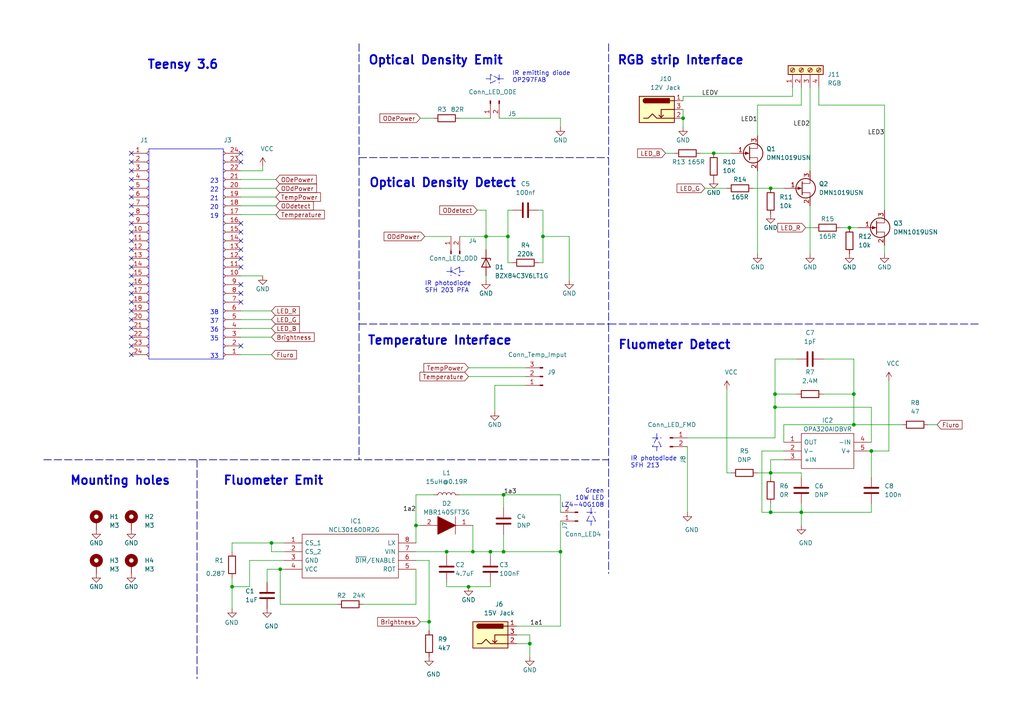
<source format=kicad_sch>
(kicad_sch (version 20210406) (generator eeschema)
  (paper "A4")
  (title_block (title "PhenoBottle") (date "2021-05-10") (rev "1.1") (company "Brno University of technology") (comment 1 "Author: Michal Dvorak") (comment 2 "Modifications: Petr Malaník"))
  (lib_symbols
    (symbol "Connector:Barrel_Jack_Switch" (pin_names hide)
      (property "Reference" "J" (at 0 5.334 0))
      (property "Value" "Barrel_Jack_Switch" (at 0 -5.08 0))
      (symbol "Barrel_Jack_Switch_1_1"
        (pin passive line (at 7.62 2.54 180) (length 2.54) (name "~") (number "1"))
        (pin passive line (at 7.62 -2.54 180) (length 2.54) (name "~") (number "2"))
        (pin passive line (at 7.62 0 180) (length 2.54) (name "~") (number "3"))
      )
    )
    (symbol "Connector:Conn_01x02_Male" (pin_names (offset 1.016) hide)
      (property "Reference" "J" (at 0 2.54 0))
      (property "Value" "Conn_01x02_Male" (at 0 -5.08 0))
      (symbol "Conn_01x02_Male_1_1"
        (pin passive line (at 5.08 0 180) (length 3.81) (name "Pin_1") (number "1"))
        (pin passive line (at 5.08 -2.54 180) (length 3.81) (name "Pin_2") (number "2"))
      )
    )
    (symbol "Connector:Conn_01x03_Male" (pin_names (offset 1.016) hide)
      (property "Reference" "J" (at 0 5.08 0))
      (property "Value" "Conn_01x03_Male" (at 0 -5.08 0))
      (symbol "Conn_01x03_Male_1_1"
        (pin passive line (at 5.08 2.54 180) (length 3.81) (name "Pin_1") (number "1"))
        (pin passive line (at 5.08 0 180) (length 3.81) (name "Pin_2") (number "2"))
        (pin passive line (at 5.08 -2.54 180) (length 3.81) (name "Pin_3") (number "3"))
      )
    )
    (symbol "Connector:Conn_01x24_Female" (pin_names (offset 1.016) hide)
      (property "Reference" "J" (at 0 30.48 0))
      (property "Value" "Conn_01x24_Female" (at 0 -33.02 0))
      (symbol "Conn_01x24_Female_1_1"
        (pin passive line (at -5.08 27.94 0) (length 3.81) (name "Pin_1") (number "1"))
        (pin passive line (at -5.08 5.08 0) (length 3.81) (name "Pin_10") (number "10"))
        (pin passive line (at -5.08 2.54 0) (length 3.81) (name "Pin_11") (number "11"))
        (pin passive line (at -5.08 0 0) (length 3.81) (name "Pin_12") (number "12"))
        (pin passive line (at -5.08 -2.54 0) (length 3.81) (name "Pin_13") (number "13"))
        (pin passive line (at -5.08 -5.08 0) (length 3.81) (name "Pin_14") (number "14"))
        (pin passive line (at -5.08 -7.62 0) (length 3.81) (name "Pin_15") (number "15"))
        (pin passive line (at -5.08 -10.16 0) (length 3.81) (name "Pin_16") (number "16"))
        (pin passive line (at -5.08 -12.7 0) (length 3.81) (name "Pin_17") (number "17"))
        (pin passive line (at -5.08 -15.24 0) (length 3.81) (name "Pin_18") (number "18"))
        (pin passive line (at -5.08 -17.78 0) (length 3.81) (name "Pin_19") (number "19"))
        (pin passive line (at -5.08 25.4 0) (length 3.81) (name "Pin_2") (number "2"))
        (pin passive line (at -5.08 -20.32 0) (length 3.81) (name "Pin_20") (number "20"))
        (pin passive line (at -5.08 -22.86 0) (length 3.81) (name "Pin_21") (number "21"))
        (pin passive line (at -5.08 -25.4 0) (length 3.81) (name "Pin_22") (number "22"))
        (pin passive line (at -5.08 -27.94 0) (length 3.81) (name "Pin_23") (number "23"))
        (pin passive line (at -5.08 -30.48 0) (length 3.81) (name "Pin_24") (number "24"))
        (pin passive line (at -5.08 22.86 0) (length 3.81) (name "Pin_3") (number "3"))
        (pin passive line (at -5.08 20.32 0) (length 3.81) (name "Pin_4") (number "4"))
        (pin passive line (at -5.08 17.78 0) (length 3.81) (name "Pin_5") (number "5"))
        (pin passive line (at -5.08 15.24 0) (length 3.81) (name "Pin_6") (number "6"))
        (pin passive line (at -5.08 12.7 0) (length 3.81) (name "Pin_7") (number "7"))
        (pin passive line (at -5.08 10.16 0) (length 3.81) (name "Pin_8") (number "8"))
        (pin passive line (at -5.08 7.62 0) (length 3.81) (name "Pin_9") (number "9"))
      )
    )
    (symbol "Connector:Conn_01x24_Female_1" (pin_names (offset 1.016) hide)
      (property "Reference" "J" (at 0 30.48 0))
      (property "Value" "Conn_01x24_Female" (at 0 -33.02 0))
      (symbol "Conn_01x24_Female_1_1_1"
        (pin passive line (at -5.08 27.94 0) (length 3.81) (name "Pin_1") (number "1"))
        (pin power_out line (at -5.08 5.08 0) (length 3.81) (name "Pin_10") (number "10"))
        (pin passive line (at -5.08 2.54 0) (length 3.81) (name "Pin_11") (number "11"))
        (pin passive line (at -5.08 0 0) (length 3.81) (name "Pin_12") (number "12"))
        (pin passive line (at -5.08 -2.54 0) (length 3.81) (name "Pin_13") (number "13"))
        (pin passive line (at -5.08 -5.08 0) (length 3.81) (name "Pin_14") (number "14"))
        (pin passive line (at -5.08 -7.62 0) (length 3.81) (name "Pin_15") (number "15"))
        (pin passive line (at -5.08 -10.16 0) (length 3.81) (name "Pin_16") (number "16"))
        (pin passive line (at -5.08 -12.7 0) (length 3.81) (name "Pin_17") (number "17"))
        (pin passive line (at -5.08 -15.24 0) (length 3.81) (name "Pin_18") (number "18"))
        (pin passive line (at -5.08 -17.78 0) (length 3.81) (name "Pin_19") (number "19"))
        (pin passive line (at -5.08 25.4 0) (length 3.81) (name "Pin_2") (number "2"))
        (pin passive line (at -5.08 -20.32 0) (length 3.81) (name "Pin_20") (number "20"))
        (pin passive line (at -5.08 -22.86 0) (length 3.81) (name "Pin_21") (number "21"))
        (pin power_out line (at -5.08 -25.4 0) (length 3.81) (name "Pin_22") (number "22"))
        (pin passive line (at -5.08 -27.94 0) (length 3.81) (name "Pin_23") (number "23"))
        (pin passive line (at -5.08 -30.48 0) (length 3.81) (name "Pin_24") (number "24"))
        (pin passive line (at -5.08 22.86 0) (length 3.81) (name "Pin_3") (number "3"))
        (pin passive line (at -5.08 20.32 0) (length 3.81) (name "Pin_4") (number "4"))
        (pin passive line (at -5.08 17.78 0) (length 3.81) (name "Pin_5") (number "5"))
        (pin passive line (at -5.08 15.24 0) (length 3.81) (name "Pin_6") (number "6"))
        (pin passive line (at -5.08 12.7 0) (length 3.81) (name "Pin_7") (number "7"))
        (pin passive line (at -5.08 10.16 0) (length 3.81) (name "Pin_8") (number "8"))
        (pin passive line (at -5.08 7.62 0) (length 3.81) (name "Pin_9") (number "9"))
      )
    )
    (symbol "Connector:Screw_Terminal_01x04" (pin_names (offset 1.016) hide)
      (property "Reference" "J" (at 0 5.08 0))
      (property "Value" "Screw_Terminal_01x04" (at 0 -7.62 0))
      (symbol "Screw_Terminal_01x04_1_1"
        (pin passive line (at -5.08 2.54 0) (length 3.81) (name "Pin_1") (number "1"))
        (pin passive line (at -5.08 0 0) (length 3.81) (name "Pin_2") (number "2"))
        (pin passive line (at -5.08 -2.54 0) (length 3.81) (name "Pin_3") (number "3"))
        (pin passive line (at -5.08 -5.08 0) (length 3.81) (name "Pin_4") (number "4"))
      )
    )
    (symbol "Device:C" (pin_numbers hide) (pin_names (offset 0.254))
      (property "Reference" "C" (at 0.635 2.54 0))
      (property "Value" "C" (at 0.635 -2.54 0))
      (symbol "C_1_1"
        (pin passive line (at 0 3.81 270) (length 2.794) (name "~") (number "1"))
        (pin passive line (at 0 -3.81 90) (length 2.794) (name "~") (number "2"))
      )
    )
    (symbol "Device:D_Zener" (pin_numbers hide) (pin_names (offset 1.016) hide)
      (property "Reference" "D" (at 0 2.54 0))
      (property "Value" "D_Zener" (at 0 -2.54 0))
      (symbol "D_Zener_1_1"
        (pin passive line (at -3.81 0 0) (length 2.54) (name "K") (number "1"))
        (pin passive line (at 3.81 0 180) (length 2.54) (name "A") (number "2"))
      )
    )
    (symbol "Device:L" (pin_numbers hide) (pin_names (offset 1.016) hide)
      (property "Reference" "L" (at -1.27 0 90))
      (property "Value" "L" (at 1.905 0 90))
      (symbol "L_1_1"
        (pin passive line (at 0 3.81 270) (length 1.27) (name "1") (number "1"))
        (pin passive line (at 0 -3.81 90) (length 1.27) (name "2") (number "2"))
      )
    )
    (symbol "Device:Q_NJFET_GSD" (pin_names (offset 0) hide)
      (property "Reference" "Q" (at 5.08 1.27 0))
      (property "Value" "Q_NJFET_GSD" (at 5.08 -1.27 0))
      (symbol "Q_NJFET_GSD_1_1"
        (pin input line (at -5.08 0 0) (length 5.334) (name "G") (number "1"))
        (pin passive line (at 2.54 -5.08 90) (length 2.54) (name "S") (number "2"))
        (pin passive line (at 2.54 5.08 270) (length 2.54) (name "D") (number "3"))
      )
    )
    (symbol "Device:R" (pin_numbers hide) (pin_names (offset 0))
      (property "Reference" "R" (at 2.032 0 90))
      (property "Value" "R" (at 0 0 90))
      (symbol "R_1_1"
        (pin passive line (at 0 3.81 270) (length 1.27) (name "~") (number "1"))
        (pin passive line (at 0 -3.81 90) (length 1.27) (name "~") (number "2"))
      )
    )
    (symbol "Mechanical:MountingHole_Pad" (pin_numbers hide) (pin_names (offset 1.016) hide)
      (property "Reference" "H" (at 0 6.35 0))
      (property "Value" "MountingHole_Pad" (at 0 4.445 0))
      (symbol "MountingHole_Pad_1_1"
        (pin input line (at 0 -2.54 90) (length 2.54) (name "1") (number "1"))
      )
    )
    (symbol "SamacSys_Parts:MBR140SFT3G" (pin_names (offset 0.762))
      (property "Reference" "D" (at 11.43 5.08 0))
      (property "Value" "MBR140SFT3G" (at 11.43 2.54 0))
      (symbol "MBR140SFT3G_0_0"
        (pin passive line (at 0 0 0) (length 5.08) (name "~") (number "1"))
        (pin passive line (at 15.24 0 180) (length 5.08) (name "~") (number "2"))
      )
    )
    (symbol "SamacSys_Parts:NCL30160DR2G" (pin_names (offset 0.762))
      (property "Reference" "IC" (at 34.29 7.62 0))
      (property "Value" "NCL30160DR2G" (at 34.29 5.08 0))
      (symbol "NCL30160DR2G_0_0"
        (pin output line (at 0 0 0) (length 5.08) (name "CS_1") (number "1"))
        (pin input line (at 0 -2.54 0) (length 5.08) (name "CS_2") (number "2"))
        (pin power_in line (at 0 -5.08 0) (length 5.08) (name "GND") (number "3"))
        (pin power_out line (at 0 -7.62 0) (length 5.08) (name "VCC") (number "4"))
        (pin passive line (at 38.1 -7.62 180) (length 5.08) (name "ROT") (number "5"))
        (pin passive line (at 38.1 -5.08 180) (length 5.08) (name "~DIM~/ENABLE") (number "6"))
        (pin input line (at 38.1 -2.54 180) (length 5.08) (name "VIN") (number "7"))
        (pin passive line (at 38.1 0 180) (length 5.08) (name "LX") (number "8"))
      )
    )
    (symbol "SamacSys_Parts:OPA320AIDBVR" (pin_names (offset 0.762))
      (property "Reference" "IC" (at 21.59 7.62 0))
      (property "Value" "OPA320AIDBVR" (at 21.59 5.08 0))
      (symbol "OPA320AIDBVR_0_0"
        (pin passive line (at 0 0 0) (length 5.08) (name "OUT") (number "1"))
        (pin passive line (at 0 -2.54 0) (length 5.08) (name "V-") (number "2"))
        (pin passive line (at 0 -5.08 0) (length 5.08) (name "+IN") (number "3"))
        (pin passive line (at 25.4 0 180) (length 5.08) (name "-IN") (number "4"))
        (pin passive line (at 25.4 -2.54 180) (length 5.08) (name "V+") (number "5"))
      )
    )
    (symbol "power:GND" (power) (pin_names (offset 0))
      (property "Value" "GND" (at 0 -3.81 0))
      (symbol "GND_1_1"
        (pin power_in line (at 0 0 270) (length 0) hide (name "GND") (number "1"))
      )
    )
    (symbol "power:VCC" (power) (pin_names (offset 0))
      (property "Value" "VCC" (at 0 3.81 0))
      (symbol "VCC_1_1"
        (pin power_in line (at 0 0 90) (length 0) hide (name "VCC") (number "1"))
      )
    )
  )
  (junction (at 67.31 170.18) (diameter 0.9144))
  (junction (at 78.74 157.48) (diameter 0.9144))
  (junction (at 81.28 165.1) (diameter 0.9144))
  (junction (at 120.65 152.4) (diameter 0.9144))
  (junction (at 124.46 180.34) (diameter 0.9144))
  (junction (at 129.54 160.02) (diameter 0.9144))
  (junction (at 135.89 170.18) (diameter 0.9144))
  (junction (at 137.16 160.02) (diameter 0.9144))
  (junction (at 140.97 68.58) (diameter 0.9144))
  (junction (at 142.24 160.02) (diameter 0.9144))
  (junction (at 146.05 143.51) (diameter 0.9144))
  (junction (at 146.05 160.02) (diameter 0.9144))
  (junction (at 147.32 68.58) (diameter 0.9144))
  (junction (at 153.67 186.69) (diameter 0.9144))
  (junction (at 157.48 68.58) (diameter 0.9144))
  (junction (at 162.56 160.02) (diameter 0.9144))
  (junction (at 198.12 34.29) (diameter 0.9144))
  (junction (at 207.01 44.45) (diameter 0.9144))
  (junction (at 223.52 54.61) (diameter 0.9144))
  (junction (at 223.52 137.16) (diameter 0.9144))
  (junction (at 223.52 148.59) (diameter 0.9144))
  (junction (at 224.79 114.3) (diameter 0.9144))
  (junction (at 224.79 118.11) (diameter 0.9144))
  (junction (at 232.41 148.59) (diameter 0.9144))
  (junction (at 246.38 66.04) (diameter 0.9144))
  (junction (at 247.65 114.3) (diameter 0.9144))
  (junction (at 247.65 123.19) (diameter 0.9144))
  (junction (at 252.73 130.81) (diameter 0.9144))
  (no_connect (at 38.1 44.45))
  (no_connect (at 38.1 46.99))
  (no_connect (at 38.1 49.53))
  (no_connect (at 38.1 52.07))
  (no_connect (at 38.1 54.61))
  (no_connect (at 38.1 57.15))
  (no_connect (at 38.1 59.69))
  (no_connect (at 38.1 62.23))
  (no_connect (at 38.1 64.77))
  (no_connect (at 38.1 67.31))
  (no_connect (at 38.1 69.85))
  (no_connect (at 38.1 72.39))
  (no_connect (at 38.1 74.93))
  (no_connect (at 38.1 77.47))
  (no_connect (at 38.1 80.01))
  (no_connect (at 38.1 82.55))
  (no_connect (at 38.1 85.09))
  (no_connect (at 38.1 87.63))
  (no_connect (at 38.1 90.17))
  (no_connect (at 38.1 92.71))
  (no_connect (at 38.1 95.25))
  (no_connect (at 38.1 97.79))
  (no_connect (at 38.1 100.33))
  (no_connect (at 38.1 102.87))
  (no_connect (at 69.85 44.45))
  (no_connect (at 69.85 46.99))
  (no_connect (at 69.85 64.77))
  (no_connect (at 69.85 67.31))
  (no_connect (at 69.85 69.85))
  (no_connect (at 69.85 72.39))
  (no_connect (at 69.85 74.93))
  (no_connect (at 69.85 77.47))
  (no_connect (at 69.85 82.55))
  (no_connect (at 69.85 85.09))
  (no_connect (at 69.85 87.63))
  (no_connect (at 69.85 100.33))
  (wire (pts (xy 67.31 157.48) (xy 78.74 157.48)))
  (wire (pts (xy 67.31 160.02) (xy 67.31 157.48)))
  (wire (pts (xy 67.31 167.64) (xy 67.31 170.18)))
  (wire (pts (xy 67.31 170.18) (xy 67.31 176.53)))
  (wire (pts (xy 67.31 170.18) (xy 72.39 170.18)))
  (wire (pts (xy 69.85 49.53) (xy 76.2 49.53)))
  (wire (pts (xy 69.85 52.07) (xy 80.01 52.07)))
  (wire (pts (xy 69.85 54.61) (xy 80.01 54.61)))
  (wire (pts (xy 69.85 57.15) (xy 80.01 57.15)))
  (wire (pts (xy 69.85 59.69) (xy 80.01 59.69)))
  (wire (pts (xy 69.85 62.23) (xy 80.01 62.23)))
  (wire (pts (xy 69.85 80.01) (xy 76.2 80.01)))
  (wire (pts (xy 69.85 90.17) (xy 78.74 90.17)))
  (wire (pts (xy 69.85 92.71) (xy 78.74 92.71)))
  (wire (pts (xy 69.85 95.25) (xy 78.74 95.25)))
  (wire (pts (xy 69.85 97.79) (xy 78.74 97.79)))
  (wire (pts (xy 69.85 102.87) (xy 78.74 102.87)))
  (wire (pts (xy 72.39 162.56) (xy 72.39 170.18)))
  (wire (pts (xy 76.2 48.26) (xy 76.2 49.53)))
  (wire (pts (xy 77.47 165.1) (xy 77.47 168.91)))
  (wire (pts (xy 78.74 157.48) (xy 82.55 157.48)))
  (wire (pts (xy 78.74 160.02) (xy 78.74 157.48)))
  (wire (pts (xy 81.28 165.1) (xy 77.47 165.1)))
  (wire (pts (xy 81.28 165.1) (xy 81.28 175.26)))
  (wire (pts (xy 81.28 175.26) (xy 97.79 175.26)))
  (wire (pts (xy 82.55 160.02) (xy 78.74 160.02)))
  (wire (pts (xy 82.55 162.56) (xy 72.39 162.56)))
  (wire (pts (xy 82.55 165.1) (xy 81.28 165.1)))
  (wire (pts (xy 105.41 175.26) (xy 120.65 175.26)))
  (wire (pts (xy 120.65 143.51) (xy 125.73 143.51)))
  (wire (pts (xy 120.65 152.4) (xy 120.65 143.51)))
  (wire (pts (xy 120.65 152.4) (xy 121.92 152.4)))
  (wire (pts (xy 120.65 157.48) (xy 120.65 152.4)))
  (wire (pts (xy 120.65 160.02) (xy 129.54 160.02)))
  (wire (pts (xy 120.65 162.56) (xy 124.46 162.56)))
  (wire (pts (xy 120.65 175.26) (xy 120.65 165.1)))
  (wire (pts (xy 121.92 34.29) (xy 125.73 34.29)))
  (wire (pts (xy 121.92 180.34) (xy 124.46 180.34)))
  (wire (pts (xy 123.19 68.58) (xy 130.81 68.58)))
  (wire (pts (xy 124.46 162.56) (xy 124.46 180.34)))
  (wire (pts (xy 124.46 180.34) (xy 124.46 182.88)))
  (wire (pts (xy 129.54 160.02) (xy 129.54 161.29)))
  (wire (pts (xy 129.54 160.02) (xy 137.16 160.02)))
  (wire (pts (xy 129.54 168.91) (xy 129.54 170.18)))
  (wire (pts (xy 129.54 170.18) (xy 135.89 170.18)))
  (wire (pts (xy 133.35 34.29) (xy 142.24 34.29)))
  (wire (pts (xy 133.35 68.58) (xy 140.97 68.58)))
  (wire (pts (xy 133.35 143.51) (xy 146.05 143.51)))
  (wire (pts (xy 135.89 106.68) (xy 152.4 106.68)))
  (wire (pts (xy 135.89 109.22) (xy 152.4 109.22)))
  (wire (pts (xy 135.89 170.18) (xy 142.24 170.18)))
  (wire (pts (xy 137.16 152.4) (xy 137.16 160.02)))
  (wire (pts (xy 137.16 160.02) (xy 142.24 160.02)))
  (wire (pts (xy 138.43 60.96) (xy 140.97 60.96)))
  (wire (pts (xy 140.97 60.96) (xy 140.97 68.58)))
  (wire (pts (xy 140.97 68.58) (xy 140.97 72.39)))
  (wire (pts (xy 140.97 68.58) (xy 147.32 68.58)))
  (wire (pts (xy 140.97 80.01) (xy 140.97 81.28)))
  (wire (pts (xy 142.24 160.02) (xy 142.24 161.29)))
  (wire (pts (xy 142.24 160.02) (xy 146.05 160.02)))
  (wire (pts (xy 142.24 168.91) (xy 142.24 170.18)))
  (wire (pts (xy 143.51 111.76) (xy 143.51 119.38)))
  (wire (pts (xy 144.78 34.29) (xy 162.56 34.29)))
  (wire (pts (xy 146.05 143.51) (xy 146.05 147.32)))
  (wire (pts (xy 146.05 143.51) (xy 162.56 143.51)))
  (wire (pts (xy 146.05 154.94) (xy 146.05 160.02)))
  (wire (pts (xy 146.05 160.02) (xy 162.56 160.02)))
  (wire (pts (xy 147.32 60.96) (xy 148.59 60.96)))
  (wire (pts (xy 147.32 68.58) (xy 147.32 60.96)))
  (wire (pts (xy 147.32 76.2) (xy 147.32 68.58)))
  (wire (pts (xy 147.32 76.2) (xy 148.59 76.2)))
  (wire (pts (xy 149.86 181.61) (xy 162.56 181.61)))
  (wire (pts (xy 149.86 184.15) (xy 153.67 184.15)))
  (wire (pts (xy 149.86 186.69) (xy 153.67 186.69)))
  (wire (pts (xy 152.4 111.76) (xy 143.51 111.76)))
  (wire (pts (xy 153.67 184.15) (xy 153.67 186.69)))
  (wire (pts (xy 153.67 186.69) (xy 153.67 190.5)))
  (wire (pts (xy 156.21 60.96) (xy 157.48 60.96)))
  (wire (pts (xy 156.21 76.2) (xy 157.48 76.2)))
  (wire (pts (xy 157.48 60.96) (xy 157.48 68.58)))
  (wire (pts (xy 157.48 68.58) (xy 157.48 76.2)))
  (wire (pts (xy 162.56 34.29) (xy 162.56 36.83)))
  (wire (pts (xy 162.56 143.51) (xy 162.56 148.59)))
  (wire (pts (xy 162.56 151.13) (xy 162.56 160.02)))
  (wire (pts (xy 162.56 181.61) (xy 162.56 160.02)))
  (wire (pts (xy 165.1 68.58) (xy 157.48 68.58)))
  (wire (pts (xy 165.1 81.28) (xy 165.1 68.58)))
  (wire (pts (xy 193.04 44.45) (xy 195.58 44.45)))
  (wire (pts (xy 198.12 27.94) (xy 198.12 29.21)))
  (wire (pts (xy 198.12 27.94) (xy 229.87 27.94)))
  (wire (pts (xy 198.12 31.75) (xy 198.12 34.29)))
  (wire (pts (xy 198.12 34.29) (xy 198.12 36.83)))
  (wire (pts (xy 199.39 127) (xy 224.79 127)))
  (wire (pts (xy 199.39 129.54) (xy 199.39 148.59)))
  (wire (pts (xy 204.47 54.61) (xy 210.82 54.61)))
  (wire (pts (xy 207.01 44.45) (xy 203.2 44.45)))
  (wire (pts (xy 210.82 113.03) (xy 210.82 137.16)))
  (wire (pts (xy 210.82 137.16) (xy 212.09 137.16)))
  (wire (pts (xy 212.09 44.45) (xy 207.01 44.45)))
  (wire (pts (xy 219.71 30.48) (xy 219.71 39.37)))
  (wire (pts (xy 219.71 30.48) (xy 232.41 30.48)))
  (wire (pts (xy 219.71 49.53) (xy 219.71 73.66)))
  (wire (pts (xy 219.71 137.16) (xy 223.52 137.16)))
  (wire (pts (xy 220.98 130.81) (xy 220.98 148.59)))
  (wire (pts (xy 220.98 148.59) (xy 223.52 148.59)))
  (wire (pts (xy 223.52 54.61) (xy 218.44 54.61)))
  (wire (pts (xy 223.52 133.35) (xy 223.52 137.16)))
  (wire (pts (xy 223.52 137.16) (xy 223.52 138.43)))
  (wire (pts (xy 223.52 137.16) (xy 232.41 137.16)))
  (wire (pts (xy 223.52 146.05) (xy 223.52 148.59)))
  (wire (pts (xy 223.52 148.59) (xy 232.41 148.59)))
  (wire (pts (xy 224.79 104.14) (xy 231.14 104.14)))
  (wire (pts (xy 224.79 114.3) (xy 224.79 104.14)))
  (wire (pts (xy 224.79 114.3) (xy 224.79 118.11)))
  (wire (pts (xy 224.79 118.11) (xy 252.73 118.11)))
  (wire (pts (xy 224.79 127) (xy 224.79 118.11)))
  (wire (pts (xy 227.33 54.61) (xy 223.52 54.61)))
  (wire (pts (xy 227.33 123.19) (xy 247.65 123.19)))
  (wire (pts (xy 227.33 128.27) (xy 227.33 123.19)))
  (wire (pts (xy 227.33 130.81) (xy 220.98 130.81)))
  (wire (pts (xy 227.33 133.35) (xy 223.52 133.35)))
  (wire (pts (xy 229.87 25.4) (xy 229.87 27.94)))
  (wire (pts (xy 231.14 114.3) (xy 224.79 114.3)))
  (wire (pts (xy 232.41 30.48) (xy 232.41 25.4)))
  (wire (pts (xy 232.41 137.16) (xy 232.41 138.43)))
  (wire (pts (xy 232.41 146.05) (xy 232.41 148.59)))
  (wire (pts (xy 232.41 148.59) (xy 232.41 152.4)))
  (wire (pts (xy 232.41 148.59) (xy 252.73 148.59)))
  (wire (pts (xy 233.68 66.04) (xy 236.22 66.04)))
  (wire (pts (xy 234.95 25.4) (xy 234.95 49.53)))
  (wire (pts (xy 234.95 59.69) (xy 234.95 73.66)))
  (wire (pts (xy 237.49 30.48) (xy 237.49 25.4)))
  (wire (pts (xy 237.49 30.48) (xy 256.54 30.48)))
  (wire (pts (xy 238.76 104.14) (xy 247.65 104.14)))
  (wire (pts (xy 238.76 114.3) (xy 247.65 114.3)))
  (wire (pts (xy 243.84 66.04) (xy 246.38 66.04)))
  (wire (pts (xy 246.38 66.04) (xy 248.92 66.04)))
  (wire (pts (xy 247.65 104.14) (xy 247.65 114.3)))
  (wire (pts (xy 247.65 114.3) (xy 247.65 123.19)))
  (wire (pts (xy 247.65 123.19) (xy 261.62 123.19)))
  (wire (pts (xy 252.73 118.11) (xy 252.73 128.27)))
  (wire (pts (xy 252.73 130.81) (xy 252.73 138.43)))
  (wire (pts (xy 252.73 130.81) (xy 257.81 130.81)))
  (wire (pts (xy 252.73 146.05) (xy 252.73 148.59)))
  (wire (pts (xy 256.54 30.48) (xy 256.54 60.96)))
  (wire (pts (xy 256.54 71.12) (xy 256.54 73.66)))
  (wire (pts (xy 257.81 130.81) (xy 257.81 110.49)))
  (wire (pts (xy 269.24 123.19) (xy 271.78 123.19)))
  (bus (pts (xy 12.7 133.35) (xy 176.53 133.35)) (stroke (width 0.2) (type dash)))
  (bus (pts (xy 57.15 133.35) (xy 57.15 196.85)) (stroke (width 0.2) (type dash)))
  (bus (pts (xy 104.14 12.7) (xy 104.14 133.35)) (stroke (width 0.2) (type dash)))
  (bus (pts (xy 104.14 45.72) (xy 176.53 45.72)) (stroke (width 0.2) (type dash)))
  (bus (pts (xy 104.14 93.98) (xy 176.53 93.98)) (stroke (width 0.2) (type dash)))
  (polyline (pts (xy 43.18 43.18) (xy 43.18 104.14)) (stroke (width 0.152) (type solid)))
  (polyline (pts (xy 43.18 43.18) (xy 64.77 43.18)) (stroke (width 0.152) (type solid)))
  (polyline (pts (xy 43.18 104.14) (xy 64.77 104.14)) (stroke (width 0.152) (type solid)))
  (polyline (pts (xy 64.77 104.14) (xy 64.77 43.18)) (stroke (width 0.152) (type solid)))
  (polyline (pts (xy 129.54 78.74) (xy 130.81 78.74)) (stroke (width 0) (type dash)))
  (polyline (pts (xy 130.81 77.47) (xy 130.81 80.01)) (stroke (width 0) (type dash)))
  (polyline (pts (xy 130.81 78.74) (xy 133.35 80.01)) (stroke (width 0) (type dash)))
  (polyline (pts (xy 133.35 77.47) (xy 130.81 78.74)) (stroke (width 0) (type dash)))
  (polyline (pts (xy 133.35 77.47) (xy 133.35 80.01)) (stroke (width 0) (type dash)))
  (polyline (pts (xy 133.35 78.74) (xy 134.62 78.74)) (stroke (width 0) (type dash)))
  (polyline (pts (xy 140.97 22.86) (xy 142.24 22.86)) (stroke (width 0) (type dash)))
  (polyline (pts (xy 142.24 21.59) (xy 142.24 24.13)) (stroke (width 0) (type dash)))
  (polyline (pts (xy 142.24 24.13) (xy 144.78 22.86)) (stroke (width 0) (type dash)))
  (polyline (pts (xy 144.78 21.59) (xy 144.78 24.13)) (stroke (width 0) (type dash)))
  (polyline (pts (xy 144.78 22.86) (xy 142.24 21.59)) (stroke (width 0) (type dash)))
  (polyline (pts (xy 144.78 22.86) (xy 146.05 22.86)) (stroke (width 0) (type dash)))
  (polyline (pts (xy 170.18 148.59) (xy 172.72 148.59)) (stroke (width 0) (type dash)))
  (polyline (pts (xy 170.18 151.13) (xy 171.45 148.59)) (stroke (width 0) (type dash)))
  (polyline (pts (xy 170.18 151.13) (xy 172.72 151.13)) (stroke (width 0) (type dash)))
  (polyline (pts (xy 171.45 147.32) (xy 171.45 148.59)) (stroke (width 0) (type dash)))
  (polyline (pts (xy 171.45 151.13) (xy 171.45 152.4)) (stroke (width 0) (type dash)))
  (polyline (pts (xy 172.72 151.13) (xy 171.45 148.59)) (stroke (width 0) (type dash)))
  (polyline (pts (xy 176.53 12.7) (xy 176.53 93.98)) (stroke (width 0.2) (type dash)))
  (polyline (pts (xy 176.53 93.98) (xy 176.53 166.37)) (stroke (width 0.2) (type dash)))
  (polyline (pts (xy 176.53 93.98) (xy 284.48 93.98)) (stroke (width 0.2) (type dash)))
  (polyline (pts (xy 189.23 127) (xy 191.77 127)) (stroke (width 0) (type dash)))
  (polyline (pts (xy 189.23 129.54) (xy 191.77 129.54)) (stroke (width 0) (type dash)))
  (polyline (pts (xy 190.5 127) (xy 189.23 129.54)) (stroke (width 0) (type dash)))
  (polyline (pts (xy 190.5 127) (xy 190.5 125.73)) (stroke (width 0) (type dash)))
  (polyline (pts (xy 190.5 130.81) (xy 190.5 129.54)) (stroke (width 0) (type dash)))
  (polyline (pts (xy 191.77 129.54) (xy 190.5 127)) (stroke (width 0) (type dash)))
  (text "Mounting holes" (at 49.53 140.97 180) (effects (font (size 2.5 2.5) (thickness 0.5) bold) (justify right bottom)))
  (text "Teensy 3.6" (at 63.5 20.32 180) (effects (font (size 2.5 2.5) (thickness 0.5) bold) (justify right bottom)))
  (text "23" (at 63.5 53.34 180) (effects (font (size 1.27 1.27)) (justify right bottom)))
  (text "22" (at 63.5 55.88 180) (effects (font (size 1.27 1.27)) (justify right bottom)))
  (text "21" (at 63.5 58.42 180) (effects (font (size 1.27 1.27)) (justify right bottom)))
  (text "20" (at 63.5 60.96 180) (effects (font (size 1.27 1.27)) (justify right bottom)))
  (text "19" (at 63.5 63.5 180) (effects (font (size 1.27 1.27)) (justify right bottom)))
  (text "38" (at 63.5 91.44 180) (effects (font (size 1.27 1.27)) (justify right bottom)))
  (text "37" (at 63.5 93.98 180) (effects (font (size 1.27 1.27)) (justify right bottom)))
  (text "36" (at 63.5 96.52 180) (effects (font (size 1.27 1.27)) (justify right bottom)))
  (text "35" (at 63.5 99.06 180) (effects (font (size 1.27 1.27)) (justify right bottom)))
  (text "33\n" (at 63.5 104.14 180) (effects (font (size 1.27 1.27)) (justify right bottom)))
  (text "Fluometer Emit" (at 93.98 140.97 180) (effects (font (size 2.5 2.5) (thickness 0.5) bold) (justify right bottom)))
  (text "IR photodiode\nSFH 203 PFA" (at 123.19 85.09 0) (effects (font (size 1.27 1.27)) (justify left bottom)))
  (text "Optical Density Emit\n" (at 146.05 19.05 180) (effects (font (size 2.5 2.5) (thickness 0.5) bold) (justify right bottom)))
  (text "IR emitting diode\nOP297FAB" (at 148.59 24.13 0) (effects (font (size 1.27 1.27)) (justify left bottom)))
  (text "Temperature Interface\n" (at 148.59 100.33 180) (effects (font (size 2.5 2.5) (thickness 0.5) bold) (justify right bottom)))
  (text "Optical Density Detect" (at 149.86 54.61 180) (effects (font (size 2.5 2.5) (thickness 0.5) bold) (justify right bottom)))
  (text "Green\n10W LED\nLZ4-40G108" (at 175.26 147.32 180) (effects (font (size 1.27 1.27)) (justify right bottom)))
  (text "IR photodiode\nSFH 213" (at 182.88 135.89 0) (effects (font (size 1.27 1.27)) (justify left bottom)))
  (text "Fluometer Detect\n" (at 212.09 101.6 180) (effects (font (size 2.5 2.5) (thickness 0.5) bold) (justify right bottom)))
  (text "RGB strip Interface\n" (at 215.9 19.05 180) (effects (font (size 2.5 2.5) (thickness 0.5) bold) (justify right bottom)))
  (label "1a2" (at 120.65 148.59 180))
  (label "1a3" (at 149.86 143.51 180))
  (label "1a1" (at 157.48 181.61 180))
  (label "LEDV" (at 208.28 27.94 180))
  (label "LED1" (at 219.71 35.56 180))
  (label "LED2" (at 234.95 36.83 180))
  (label "LED3" (at 256.54 39.37 180))
  (global_label "LED_R" (shape input) (at 78.74 90.17 0) (property "Intersheet References" "${INTERSHEET_REFS}" (effects hide)))
  (global_label "LED_G" (shape input) (at 78.74 92.71 0) (property "Intersheet References" "${INTERSHEET_REFS}" (effects hide)))
  (global_label "LED_B" (shape input) (at 78.74 95.25 0) (property "Intersheet References" "${INTERSHEET_REFS}" (effects hide)))
  (global_label "Brightness" (shape input) (at 78.74 97.79 0) (property "Intersheet References" "${INTERSHEET_REFS}" (effects hide)))
  (global_label "Fluro" (shape input) (at 78.74 102.87 0) (property "Intersheet References" "${INTERSHEET_REFS}" (effects hide)))
  (global_label "ODePower" (shape input) (at 80.01 52.07 0) (property "Intersheet References" "${INTERSHEET_REFS}" (effects hide)))
  (global_label "ODdPower" (shape input) (at 80.01 54.61 0) (property "Intersheet References" "${INTERSHEET_REFS}" (effects hide)))
  (global_label "TempPower" (shape input) (at 80.01 57.15 0) (property "Intersheet References" "${INTERSHEET_REFS}" (effects hide)))
  (global_label "ODdetect" (shape input) (at 80.01 59.69 0) (property "Intersheet References" "${INTERSHEET_REFS}" (effects hide)))
  (global_label "Temperature" (shape input) (at 80.01 62.23 0) (property "Intersheet References" "${INTERSHEET_REFS}" (effects hide)))
  (global_label "ODePower" (shape input) (at 121.92 34.29 180) (property "Intersheet References" "${INTERSHEET_REFS}" (effects hide)))
  (global_label "Brightness" (shape input) (at 121.92 180.34 180) (property "Intersheet References" "${INTERSHEET_REFS}" (effects hide)))
  (global_label "ODdPower" (shape input) (at 123.19 68.58 180) (property "Intersheet References" "${INTERSHEET_REFS}" (effects hide)))
  (global_label "TempPower" (shape input) (at 135.89 106.68 180) (property "Intersheet References" "${INTERSHEET_REFS}" (effects hide)))
  (global_label "Temperature" (shape input) (at 135.89 109.22 180) (property "Intersheet References" "${INTERSHEET_REFS}" (effects hide)))
  (global_label "ODdetect" (shape input) (at 138.43 60.96 180) (property "Intersheet References" "${INTERSHEET_REFS}" (effects hide)))
  (global_label "LED_B" (shape input) (at 193.04 44.45 180) (property "Intersheet References" "${INTERSHEET_REFS}" (effects hide)))
  (global_label "LED_G" (shape input) (at 204.47 54.61 180) (property "Intersheet References" "${INTERSHEET_REFS}" (effects hide)))
  (global_label "LED_R" (shape input) (at 233.68 66.04 180) (property "Intersheet References" "${INTERSHEET_REFS}" (effects hide)))
  (global_label "Fluro" (shape input) (at 271.78 123.19 0) (property "Intersheet References" "${INTERSHEET_REFS}" (effects hide)))
  (symbol (lib_id "power:VCC") (at 76.2 48.26 0) (unit 1)
    (property "Reference" "#PWR02" (effects hide))
    (property "Value" "VCC" (at 77.47 43.18 0))
  )
  (symbol (lib_id "power:VCC") (at 210.82 113.03 0) (unit 1)
    (property "Reference" "#PWR011" (effects hide))
    (property "Value" "VCC" (at 212.09 107.95 0))
  )
  (symbol (lib_id "power:VCC") (at 257.81 110.49 0) (unit 1)
    (property "Reference" "#PWR013" (effects hide))
    (property "Value" "VCC" (at 259.08 105.41 0))
  )
  (symbol (lib_id "power:GND") (at 27.94 153.67 0) (unit 1)
    (property "Reference" "#PWR015" (effects hide))
    (property "Value" "GND" (at 27.94 157.48 0))
  )
  (symbol (lib_id "power:GND") (at 27.94 166.37 0) (unit 1)
    (property "Reference" "#PWR?" (effects hide))
    (property "Value" "GND" (at 27.94 170.18 0))
  )
  (symbol (lib_id "power:GND") (at 38.1 153.67 0) (unit 1)
    (property "Reference" "#PWR?" (effects hide))
    (property "Value" "GND" (at 38.1 157.48 0))
  )
  (symbol (lib_id "power:GND") (at 38.1 166.37 0) (unit 1)
    (property "Reference" "#PWR?" (effects hide))
    (property "Value" "GND" (at 38.1 170.18 0))
  )
  (symbol (lib_id "power:GND") (at 67.31 176.53 0) (unit 1)
    (property "Reference" "#PWR01" (effects hide))
    (property "Value" "GND" (at 67.1901 180.575 0))
  )
  (symbol (lib_id "power:GND") (at 76.2 80.01 0) (unit 1)
    (property "Reference" "#PWR03" (effects hide))
    (property "Value" "GND" (at 76.2 83.82 0))
  )
  (symbol (lib_id "power:GND") (at 77.47 176.53 0) (unit 1)
    (property "Reference" "#PWR04" (effects hide))
    (property "Value" "GND" (at 78.74 181.61 0))
  )
  (symbol (lib_id "power:GND") (at 124.46 190.5 0) (unit 1)
    (property "Reference" "#PWR014" (effects hide))
    (property "Value" "GND" (at 125.73 195.58 0))
  )
  (symbol (lib_id "power:GND") (at 135.89 170.18 0) (unit 1)
    (property "Reference" "#PWR06" (effects hide))
    (property "Value" "GND" (at 135.89 173.99 0))
  )
  (symbol (lib_id "power:GND") (at 140.97 81.28 0) (unit 1)
    (property "Reference" "#PWR05" (effects hide))
    (property "Value" "GND" (at 140.97 85.09 0))
  )
  (symbol (lib_id "power:GND") (at 143.51 119.38 0) (unit 1)
    (property "Reference" "#PWR010" (effects hide))
    (property "Value" "GND" (at 143.51 123.19 0))
  )
  (symbol (lib_id "power:GND") (at 153.67 190.5 0) (unit 1)
    (property "Reference" "#PWR?" (effects hide))
    (property "Value" "GND" (at 153.67 194.31 0))
  )
  (symbol (lib_id "power:GND") (at 162.56 36.83 0) (unit 1)
    (property "Reference" "#PWR07" (effects hide))
    (property "Value" "GND" (at 162.56 40.64 0))
  )
  (symbol (lib_id "power:GND") (at 165.1 81.28 0) (unit 1)
    (property "Reference" "#PWR08" (effects hide))
    (property "Value" "GND" (at 165.1 85.09 0))
  )
  (symbol (lib_id "power:GND") (at 198.12 36.83 0) (unit 1)
    (property "Reference" "#PWR016" (effects hide))
    (property "Value" "GND" (at 198.12 40.64 0))
  )
  (symbol (lib_id "power:GND") (at 199.39 148.59 0) (unit 1)
    (property "Reference" "#PWR09" (effects hide))
    (property "Value" "GND" (at 200.66 153.67 0))
  )
  (symbol (lib_id "power:GND") (at 207.01 52.07 0) (unit 1)
    (property "Reference" "#PWR017" (effects hide))
    (property "Value" "GND" (at 207.01 55.88 0))
  )
  (symbol (lib_id "power:GND") (at 219.71 73.66 0) (unit 1)
    (property "Reference" "#PWR018" (effects hide))
    (property "Value" "GND" (at 219.71 77.47 0))
  )
  (symbol (lib_id "power:GND") (at 223.52 62.23 0) (unit 1)
    (property "Reference" "#PWR019" (effects hide))
    (property "Value" "GND" (at 223.52 66.04 0))
  )
  (symbol (lib_id "power:GND") (at 232.41 152.4 0) (unit 1)
    (property "Reference" "#PWR012" (effects hide))
    (property "Value" "GND" (at 233.68 157.48 0))
  )
  (symbol (lib_id "power:GND") (at 234.95 73.66 0) (unit 1)
    (property "Reference" "#PWR020" (effects hide))
    (property "Value" "GND" (at 234.95 77.47 0))
  )
  (symbol (lib_id "power:GND") (at 246.38 73.66 0) (unit 1)
    (property "Reference" "#PWR021" (effects hide))
    (property "Value" "GND" (at 246.38 77.47 0))
  )
  (symbol (lib_id "power:GND") (at 256.54 73.66 0) (unit 1)
    (property "Reference" "#PWR022" (effects hide))
    (property "Value" "GND" (at 256.54 77.47 0))
  )
  (symbol (lib_id "Device:L") (at 129.54 143.51 90) (unit 1)
    (property "Reference" "L1" (at 129.54 137.16 90))
    (property "Value" "15uH@0.19R" (at 129.54 139.7 90))
    (property "Footprint" "SamacSys_Parts:NR6045T150M" (effects hide))
    (property "Datasheet" "https://cz.mouser.com/ProductDetail/Taiyo-Yuden/NR6045T150M/?qs=PzICbMaShUcW%252BZQal10EXQ%3D%3D" (effects hide))
  )
  (symbol (lib_id "Connector:Conn_01x02_Male") (at 130.81 73.66 90) (unit 1)
    (property "Reference" "J4" (at 135.89 69.85 90) (effects (justify right)))
    (property "Value" "Conn_LED_ODD" (at 124.46 74.93 90) (effects (justify right)))
    (property "Footprint" "Connector_Molex:Molex_KK-254_AE-6410-02A_1x02_P2.54mm_Vertical" (effects hide))
    (property "Datasheet" "https://cz.mouser.com/ProductDetail/Molex/171856-0102/?qs=c8NFF48pVsAdOvaOlvGMHA%3D%3D" (effects hide))
  )
  (symbol (lib_id "Connector:Conn_01x02_Male") (at 142.24 29.21 90) (mirror x) (unit 1)
    (property "Reference" "J5" (at 147.32 33.02 90) (effects (justify right)))
    (property "Value" "Conn_LED_ODE" (at 135.89 26.67 90) (effects (justify right)))
    (property "Footprint" "Connector_Molex:Molex_KK-254_AE-6410-02A_1x02_P2.54mm_Vertical" (effects hide))
    (property "Datasheet" "https://cz.mouser.com/ProductDetail/Molex/171856-0102/?qs=c8NFF48pVsAdOvaOlvGMHA%3D%3D" (effects hide))
  )
  (symbol (lib_id "Connector:Conn_01x02_Male") (at 167.64 151.13 180) (unit 1)
    (property "Reference" "J7" (at 163.83 153.67 90) (effects (justify right)))
    (property "Value" "Conn_LED4" (at 163.83 154.94 0) (effects (justify right)))
    (property "Footprint" "Connector_Molex:Molex_KK-254_AE-6410-02A_1x02_P2.54mm_Vertical" (effects hide))
    (property "Datasheet" "https://cz.mouser.com/ProductDetail/Molex/171856-0102/?qs=c8NFF48pVsAdOvaOlvGMHA%3D%3D" (effects hide))
  )
  (symbol (lib_id "Connector:Conn_01x02_Male") (at 194.31 127 0) (unit 1)
    (property "Reference" "J8" (at 198.12 132.08 90) (effects (justify right)))
    (property "Value" "Conn_LED_FMD" (at 201.93 123.19 0) (effects (justify right)))
    (property "Footprint" "Connector_Molex:Molex_KK-254_AE-6410-02A_1x02_P2.54mm_Vertical" (effects hide))
    (property "Datasheet" "https://cz.mouser.com/ProductDetail/Molex/171856-0102/?qs=c8NFF48pVsAdOvaOlvGMHA%3D%3D" (effects hide))
  )
  (symbol (lib_id "Device:R") (at 67.31 163.83 0) (unit 1)
    (property "Reference" "R1" (at 62.23 162.56 0) (effects (justify left)))
    (property "Value" "0.287" (at 59.69 166.37 0) (effects (justify left)))
    (property "Footprint" "Resistor_SMD:R_1210_3225Metric_Pad1.30x2.65mm_HandSolder" (effects hide))
  )
  (symbol (lib_id "Device:R") (at 101.6 175.26 90) (unit 1)
    (property "Reference" "R2" (at 99.06 172.72 90))
    (property "Value" "24K" (at 104.14 172.72 90))
    (property "Footprint" "Resistor_SMD:R_0805_2012Metric_Pad1.20x1.40mm_HandSolder" (effects hide))
  )
  (symbol (lib_id "Device:R") (at 124.46 186.69 0) (unit 1)
    (property "Reference" "R9" (at 127 185.42 0) (effects (justify left)))
    (property "Value" "4k7" (at 127 187.96 0) (effects (justify left)))
    (property "Footprint" "Resistor_SMD:R_0805_2012Metric_Pad1.20x1.40mm_HandSolder" (effects hide))
  )
  (symbol (lib_id "Device:R") (at 129.54 34.29 90) (unit 1)
    (property "Reference" "R3" (at 129.54 31.75 90) (effects (justify left)))
    (property "Value" "82R" (at 134.62 31.75 90) (effects (justify left)))
    (property "Footprint" "Resistor_SMD:R_0805_2012Metric_Pad1.20x1.40mm_HandSolder" (effects hide))
  )
  (symbol (lib_id "Device:R") (at 152.4 76.2 90) (unit 1)
    (property "Reference" "R4" (at 152.4 71.12 90))
    (property "Value" "220k" (at 152.4 73.66 90))
    (property "Footprint" "Resistor_SMD:R_0805_2012Metric_Pad1.20x1.40mm_HandSolder" (effects hide))
  )
  (symbol (lib_id "Device:R") (at 199.39 44.45 90) (unit 1)
    (property "Reference" "R13" (at 196.85 46.99 90))
    (property "Value" "165R" (at 201.93 46.99 90))
    (property "Footprint" "Resistor_SMD:R_0805_2012Metric_Pad1.20x1.40mm_HandSolder" (effects hide))
  )
  (symbol (lib_id "Device:R") (at 207.01 48.26 0) (unit 1)
    (property "Reference" "R10" (at 209.55 46.99 0) (effects (justify left)))
    (property "Value" "10K" (at 209.55 49.53 0) (effects (justify left)))
    (property "Footprint" "Resistor_SMD:R_0805_2012Metric_Pad1.20x1.40mm_HandSolder" (effects hide))
  )
  (symbol (lib_id "Device:R") (at 214.63 54.61 90) (unit 1)
    (property "Reference" "R14" (at 214.63 52.07 90))
    (property "Value" "165R" (at 214.63 57.15 90))
    (property "Footprint" "Resistor_SMD:R_0805_2012Metric_Pad1.20x1.40mm_HandSolder" (effects hide))
  )
  (symbol (lib_id "Device:R") (at 215.9 137.16 270) (unit 1)
    (property "Reference" "R5" (at 215.9 130.81 90))
    (property "Value" "DNP" (at 215.9 133.35 90))
    (property "Footprint" "Resistor_SMD:R_0805_2012Metric_Pad1.20x1.40mm_HandSolder" (effects hide))
  )
  (symbol (lib_id "Device:R") (at 223.52 58.42 0) (unit 1)
    (property "Reference" "R11" (at 226.06 57.15 0) (effects (justify left)))
    (property "Value" "10k" (at 226.06 59.69 0) (effects (justify left)))
    (property "Footprint" "Resistor_SMD:R_0805_2012Metric_Pad1.20x1.40mm_HandSolder" (effects hide))
  )
  (symbol (lib_id "Device:R") (at 223.52 142.24 180) (unit 1)
    (property "Reference" "R6" (at 226.06 140.97 0) (effects (justify right)))
    (property "Value" "0R" (at 226.06 143.51 0) (effects (justify right)))
    (property "Footprint" "Resistor_SMD:R_0805_2012Metric_Pad1.20x1.40mm_HandSolder" (effects hide))
  )
  (symbol (lib_id "Device:R") (at 234.95 114.3 90) (unit 1)
    (property "Reference" "R7" (at 234.95 107.95 90))
    (property "Value" "2.4M" (at 234.95 110.49 90))
    (property "Footprint" "Resistor_SMD:R_0805_2012Metric_Pad1.20x1.40mm_HandSolder" (effects hide))
  )
  (symbol (lib_id "Device:R") (at 240.03 66.04 90) (unit 1)
    (property "Reference" "R15" (at 240.03 63.5 90))
    (property "Value" "165R" (at 240.03 68.58 90))
    (property "Footprint" "Resistor_SMD:R_0805_2012Metric_Pad1.20x1.40mm_HandSolder" (effects hide))
  )
  (symbol (lib_id "Device:R") (at 246.38 69.85 0) (unit 1)
    (property "Reference" "R12" (at 248.92 68.58 0) (effects (justify left)))
    (property "Value" "10k" (at 248.92 71.12 0) (effects (justify left)))
    (property "Footprint" "Resistor_SMD:R_0805_2012Metric_Pad1.20x1.40mm_HandSolder" (effects hide))
  )
  (symbol (lib_id "Device:R") (at 265.43 123.19 90) (unit 1)
    (property "Reference" "R8" (at 265.43 116.84 90))
    (property "Value" "47" (at 265.43 119.38 90))
    (property "Footprint" "Resistor_SMD:R_0805_2012Metric_Pad1.20x1.40mm_HandSolder" (effects hide))
  )
  (symbol (lib_id "Mechanical:MountingHole_Pad") (at 27.94 151.13 0) (unit 1)
    (property "Reference" "H1" (at 31.75 149.86 0) (effects (justify left)))
    (property "Value" "M3" (at 31.75 152.4 0) (effects (justify left)))
    (property "Footprint" "MountingHole:MountingHole_3.2mm_M3_Pad_Via" (effects hide))
  )
  (symbol (lib_id "Mechanical:MountingHole_Pad") (at 27.94 163.83 0) (unit 1)
    (property "Reference" "H3" (at 31.75 162.56 0) (effects (justify left)))
    (property "Value" "M3" (at 31.75 165.1 0) (effects (justify left)))
    (property "Footprint" "MountingHole:MountingHole_3.2mm_M3_Pad_Via" (effects hide))
  )
  (symbol (lib_id "Mechanical:MountingHole_Pad") (at 38.1 151.13 0) (unit 1)
    (property "Reference" "H2" (at 41.91 149.86 0) (effects (justify left)))
    (property "Value" "M3" (at 41.91 152.4 0) (effects (justify left)))
    (property "Footprint" "MountingHole:MountingHole_3.2mm_M3_Pad_Via" (effects hide))
  )
  (symbol (lib_id "Mechanical:MountingHole_Pad") (at 38.1 163.83 0) (unit 1)
    (property "Reference" "H4" (at 41.91 162.56 0) (effects (justify left)))
    (property "Value" "M3" (at 41.91 165.1 0) (effects (justify left)))
    (property "Footprint" "MountingHole:MountingHole_3.2mm_M3_Pad_Via" (effects hide))
  )
  (symbol (lib_id "Device:D_Zener") (at 140.97 76.2 270) (unit 1)
    (property "Reference" "D1" (at 143.51 77.47 90) (effects (justify left)))
    (property "Value" "BZX84C3V6LT1G" (at 143.51 80.01 90) (effects (justify left)))
    (property "Footprint" "Diode_SMD:D_SOT-23_ANK" (effects hide))
  )
  (symbol (lib_id "Connector:Conn_01x03_Male") (at 157.48 109.22 180) (unit 1)
    (property "Reference" "J9" (at 158.75 107.95 0) (effects (justify right)))
    (property "Value" "Conn_Temp_Imput" (at 147.32 102.87 0) (effects (justify right)))
    (property "Footprint" "Connector_Molex:Molex_KK-254_AE-6410-03A_1x03_P2.54mm_Vertical" (effects hide))
  )
  (symbol (lib_id "Device:C") (at 77.47 172.72 0) (unit 1)
    (property "Reference" "C1" (at 71.12 171.45 0) (effects (justify left)))
    (property "Value" "1uF" (at 71.12 173.99 0) (effects (justify left)))
    (property "Footprint" "Capacitor_SMD:C_0805_2012Metric_Pad1.18x1.45mm_HandSolder" (effects hide))
  )
  (symbol (lib_id "Device:C") (at 129.54 165.1 0) (unit 1)
    (property "Reference" "C2" (at 132.08 163.83 0) (effects (justify left)))
    (property "Value" "4.7uF" (at 132.08 166.37 0) (effects (justify left)))
    (property "Footprint" "Capacitor_SMD:C_0805_2012Metric_Pad1.18x1.45mm_HandSolder" (effects hide))
  )
  (symbol (lib_id "Device:C") (at 142.24 165.1 0) (unit 1)
    (property "Reference" "C3" (at 144.78 163.83 0) (effects (justify left)))
    (property "Value" "100nF" (at 144.78 166.37 0) (effects (justify left)))
    (property "Footprint" "Capacitor_SMD:C_0805_2012Metric_Pad1.18x1.45mm_HandSolder" (effects hide))
  )
  (symbol (lib_id "Device:C") (at 146.05 151.13 0) (unit 1)
    (property "Reference" "C4" (at 149.86 149.86 0) (effects (justify left)))
    (property "Value" "DNP" (at 149.86 152.4 0) (effects (justify left)))
    (property "Footprint" "Capacitor_SMD:C_0805_2012Metric_Pad1.18x1.45mm_HandSolder" (effects hide))
  )
  (symbol (lib_id "Device:C") (at 152.4 60.96 270) (unit 1)
    (property "Reference" "C5" (at 152.4 53.34 90))
    (property "Value" "100nf" (at 152.4 55.88 90))
    (property "Footprint" "Capacitor_SMD:C_0805_2012Metric_Pad1.18x1.45mm_HandSolder" (effects hide))
  )
  (symbol (lib_id "Device:C") (at 232.41 142.24 0) (unit 1)
    (property "Reference" "C6" (at 236.22 140.97 0) (effects (justify left)))
    (property "Value" "DNP" (at 236.22 143.51 0) (effects (justify left)))
    (property "Footprint" "Capacitor_SMD:C_0805_2012Metric_Pad1.18x1.45mm_HandSolder" (effects hide))
  )
  (symbol (lib_id "Device:C") (at 234.95 104.14 90) (unit 1)
    (property "Reference" "C7" (at 234.95 96.52 90))
    (property "Value" "1pF" (at 234.95 99.06 90))
    (property "Footprint" "Capacitor_SMD:C_0805_2012Metric_Pad1.18x1.45mm_HandSolder" (effects hide))
  )
  (symbol (lib_id "Device:C") (at 252.73 142.24 0) (unit 1)
    (property "Reference" "C8" (at 256.54 140.97 0) (effects (justify left)))
    (property "Value" "100n" (at 256.54 143.51 0) (effects (justify left)))
    (property "Footprint" "Capacitor_SMD:C_0805_2012Metric_Pad1.18x1.45mm_HandSolder" (effects hide))
  )
  (symbol (lib_id "Connector:Screw_Terminal_01x04") (at 232.41 20.32 90) (unit 1)
    (property "Reference" "J11" (at 240.03 21.59 90) (effects (justify right)))
    (property "Value" "RGB" (at 240.03 24.13 90) (effects (justify right)))
    (property "Footprint" "TerminalBlock_RND:TerminalBlock_RND_205-00003_1x04_P5.00mm_Horizontal" (effects hide))
  )
  (symbol (lib_id "SamacSys_Parts:MBR140SFT3G") (at 137.16 152.4 180) (unit 1)
    (property "Reference" "D2" (at 129.54 146.05 0))
    (property "Value" "MBR140SFT3G" (at 129.54 148.59 0))
    (property "Footprint" "SamacSys_Parts:SODFL3616X98N" (effects hide))
    (property "Datasheet" "https://componentsearchengine.com/Datasheets/2/MBR140SFT3G.pdf" (effects hide))
    (property "Description" "ON SEMICONDUCTOR - MBR140SFT3G - SCHOTTKY RECT, 1A, 40V, SOD123FL" (effects hide))
    (property "Height" "0.98" (effects hide))
    (property "Mouser Part Number" "863-MBR140SFT3G" (effects hide))
    (property "Mouser Price/Stock" "https://www.mouser.co.uk/ProductDetail/ON-Semiconductor/MBR140SFT3G/?qs=3JMERSakebocVlQyvh5H6Q%3D%3D" (effects hide))
    (property "Manufacturer_Name" "ON Semiconductor" (effects hide))
    (property "Manufacturer_Part_Number" "MBR140SFT3G" (effects hide))
  )
  (symbol (lib_id "Connector:Barrel_Jack_Switch") (at 142.24 184.15 0) (unit 1)
    (property "Reference" "J6" (at 144.78 175.26 0))
    (property "Value" "15V Jack" (at 144.78 177.8 0))
    (property "Footprint" "Connector_BarrelJack:BarrelJack_Horizontal" (effects hide))
  )
  (symbol (lib_id "Connector:Barrel_Jack_Switch") (at 190.5 31.75 0) (unit 1)
    (property "Reference" "J10" (at 193.04 22.86 0))
    (property "Value" "12V Jack" (at 193.04 25.4 0))
    (property "Footprint" "Connector_BarrelJack:BarrelJack_Horizontal" (effects hide))
  )
  (symbol (lib_id "Device:Q_NJFET_GSD") (at 217.17 44.45 0) (unit 1)
    (property "Reference" "Q1" (at 222.25 43.18 0) (effects (justify left)))
    (property "Value" "DMN1019USN" (at 222.25 45.72 0) (effects (justify left)))
    (property "Footprint" "Package_TO_SOT_SMD:SC-59_Handsoldering" (effects hide))
  )
  (symbol (lib_id "Device:Q_NJFET_GSD") (at 232.41 54.61 0) (unit 1)
    (property "Reference" "Q2" (at 237.49 53.34 0) (effects (justify left)))
    (property "Value" "DMN1019USN" (at 237.49 55.88 0) (effects (justify left)))
    (property "Footprint" "Package_TO_SOT_SMD:SC-59_Handsoldering" (effects hide))
  )
  (symbol (lib_id "Device:Q_NJFET_GSD") (at 254 66.04 0) (unit 1)
    (property "Reference" "Q3" (at 259.08 64.77 0) (effects (justify left)))
    (property "Value" "DMN1019USN" (at 259.08 67.31 0) (effects (justify left)))
    (property "Footprint" "Package_TO_SOT_SMD:SC-59_Handsoldering" (effects hide))
  )
  (symbol (lib_id "SamacSys_Parts:OPA320AIDBVR") (at 227.33 128.27 0) (unit 1)
    (property "Reference" "IC2" (at 240.03 121.92 0))
    (property "Value" "OPA320AIDBVR" (at 240.03 124.46 0))
    (property "Footprint" "SamacSys_Parts:SOT95P280X145-5N" (effects hide))
    (property "Datasheet" "http://www.ti.com/lit/gpn/opa320" (effects hide))
    (property "Description" "Precision, Zero-Crossover, 20MHz, 0.9pA Ib, RRIO, CMOS Operational Amplifier" (effects hide))
    (property "Height" "1.45" (effects hide))
    (property "Mouser Part Number" "595-OPA320AIDBVR" (effects hide))
    (property "Mouser Price/Stock" "https://www.mouser.co.uk/ProductDetail/Texas-Instruments/OPA320AIDBVR/?qs=g5raLcSarObYYXG7KaVGxQ%3D%3D" (effects hide))
    (property "Manufacturer_Name" "Texas Instruments" (effects hide))
    (property "Manufacturer_Part_Number" "OPA320AIDBVR" (effects hide))
  )
  (symbol (lib_id "Connector:Conn_01x24_Female") (at 43.18 72.39 0) (unit 1)
    (property "Reference" "J1" (at 40.64 40.64 0) (effects (justify left)))
    (property "Value" "Conn_01x24_Female" (effects hide))
    (property "Footprint" "Connector_PinSocket_2.54mm:PinSocket_1x24_P2.54mm_Vertical" (effects hide))
  )
  (symbol (lib_name "Connector:Conn_01x24_Female_1") (lib_id "Connector:Conn_01x24_Female") (at 64.77 74.93 180) (unit 1)
    (property "Reference" "J3" (at 66.04 40.64 0))
    (property "Value" "Conn_01x24_Female" (effects hide))
    (property "Footprint" "Connector_PinSocket_2.54mm:PinSocket_1x24_P2.54mm_Vertical" (effects hide))
  )
  (symbol (lib_id "SamacSys_Parts:NCL30160DR2G") (at 82.55 157.48 0) (unit 1)
    (property "Reference" "IC1" (at 101.6 151.13 0) (effects (justify left)))
    (property "Value" "NCL30160DR2G" (at 95.25 153.67 0) (effects (justify left)))
    (property "Footprint" "SamacSys_Parts:SOIC127P600X175-8N" (effects hide))
    (property "Datasheet" "http://www.onsemi.com/pub/Collateral/NCL30160-D.PDF" (effects hide))
    (property "Height" "1.75" (effects hide))
    (property "Mouser Part Number" "863-NCL30160DR2G" (effects hide))
    (property "Mouser Price/Stock" "https://www.mouser.co.uk/ProductDetail/ON-Semiconductor/NCL30160DR2G/?qs=0EMBf8zlKawI%252BB3ppdhmpg%3D%3D" (effects hide))
    (property "Manufacturer_Name" "ON Semiconductor" (effects hide))
    (property "Manufacturer_Part_Number" "NCL30160DR2G" (effects hide))
  )
)
</source>
